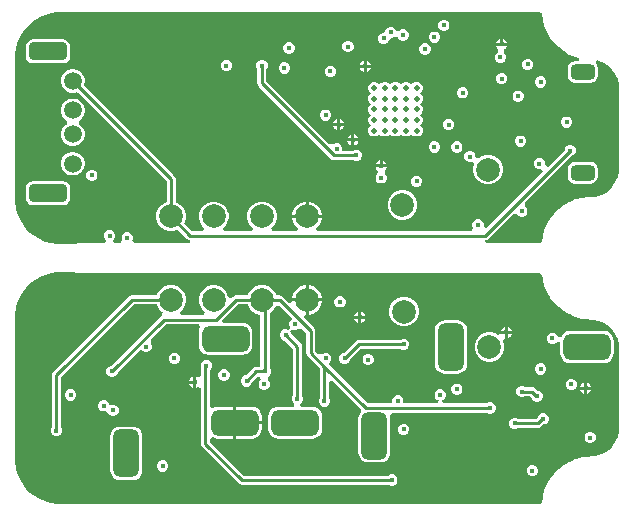
<source format=gbr>
G04*
G04 #@! TF.GenerationSoftware,Altium Limited,Altium Designer,24.9.1 (31)*
G04*
G04 Layer_Physical_Order=3*
G04 Layer_Color=16440176*
%FSLAX44Y44*%
%MOMM*%
G71*
G04*
G04 #@! TF.SameCoordinates,4108D936-EA1F-4614-87FC-E1DBC89B4A7E*
G04*
G04*
G04 #@! TF.FilePolarity,Positive*
G04*
G01*
G75*
%ADD75C,0.5000*%
%ADD77C,0.2540*%
G04:AMPARAMS|DCode=79|XSize=2mm|YSize=1.3mm|CornerRadius=0.325mm|HoleSize=0mm|Usage=FLASHONLY|Rotation=180.000|XOffset=0mm|YOffset=0mm|HoleType=Round|Shape=RoundedRectangle|*
%AMROUNDEDRECTD79*
21,1,2.0000,0.6500,0,0,180.0*
21,1,1.3500,1.3000,0,0,180.0*
1,1,0.6500,-0.6750,0.3250*
1,1,0.6500,0.6750,0.3250*
1,1,0.6500,0.6750,-0.3250*
1,1,0.6500,-0.6750,-0.3250*
%
%ADD79ROUNDEDRECTD79*%
%ADD80C,1.5000*%
G04:AMPARAMS|DCode=81|XSize=4mm|YSize=2.2mm|CornerRadius=0.55mm|HoleSize=0mm|Usage=FLASHONLY|Rotation=90.000|XOffset=0mm|YOffset=0mm|HoleType=Round|Shape=RoundedRectangle|*
%AMROUNDEDRECTD81*
21,1,4.0000,1.1000,0,0,90.0*
21,1,2.9000,2.2000,0,0,90.0*
1,1,1.1000,0.5500,1.4500*
1,1,1.1000,0.5500,-1.4500*
1,1,1.1000,-0.5500,-1.4500*
1,1,1.1000,-0.5500,1.4500*
%
%ADD81ROUNDEDRECTD81*%
G04:AMPARAMS|DCode=82|XSize=3.25mm|YSize=1.5mm|CornerRadius=0.375mm|HoleSize=0mm|Usage=FLASHONLY|Rotation=0.000|XOffset=0mm|YOffset=0mm|HoleType=Round|Shape=RoundedRectangle|*
%AMROUNDEDRECTD82*
21,1,3.2500,0.7500,0,0,0.0*
21,1,2.5000,1.5000,0,0,0.0*
1,1,0.7500,1.2500,-0.3750*
1,1,0.7500,-1.2500,-0.3750*
1,1,0.7500,-1.2500,0.3750*
1,1,0.7500,1.2500,0.3750*
%
%ADD82ROUNDEDRECTD82*%
G04:AMPARAMS|DCode=83|XSize=4mm|YSize=2.2mm|CornerRadius=0.55mm|HoleSize=0mm|Usage=FLASHONLY|Rotation=180.000|XOffset=0mm|YOffset=0mm|HoleType=Round|Shape=RoundedRectangle|*
%AMROUNDEDRECTD83*
21,1,4.0000,1.1000,0,0,180.0*
21,1,2.9000,2.2000,0,0,180.0*
1,1,1.1000,-1.4500,0.5500*
1,1,1.1000,1.4500,0.5500*
1,1,1.1000,1.4500,-0.5500*
1,1,1.1000,-1.4500,-0.5500*
%
%ADD83ROUNDEDRECTD83*%
%ADD84C,0.4500*%
%ADD85C,2.0000*%
G36*
X165820Y92961D02*
X168064Y92118D01*
X168747Y86930D01*
X168790Y86803D01*
X168799Y86669D01*
X170153Y81615D01*
X170213Y81494D01*
X170239Y81362D01*
X172241Y76528D01*
X172316Y76416D01*
X172359Y76289D01*
X174975Y71758D01*
X175064Y71656D01*
X175124Y71536D01*
X178309Y67385D01*
X178410Y67296D01*
X178485Y67184D01*
X182184Y63485D01*
X182296Y63410D01*
X182385Y63309D01*
X186536Y60124D01*
X186656Y60064D01*
X186758Y59975D01*
X191289Y57359D01*
X191416Y57316D01*
X191528Y57241D01*
X196362Y55239D01*
X196494Y55213D01*
X196615Y55153D01*
X199450Y54393D01*
X199116Y51853D01*
X195950D01*
X193691Y51404D01*
X191776Y50124D01*
X190496Y48209D01*
X190047Y45950D01*
Y39450D01*
X190496Y37191D01*
X191776Y35276D01*
X193691Y33996D01*
X195950Y33547D01*
X209450D01*
X211709Y33996D01*
X213624Y35276D01*
X214904Y37191D01*
X215353Y39450D01*
Y45950D01*
X214904Y48209D01*
X213643Y50096D01*
X213672Y50232D01*
X214667Y52482D01*
X216697Y52079D01*
X220876Y50348D01*
X224637Y47835D01*
X227835Y44637D01*
X230348Y40876D01*
X232079Y36697D01*
X232961Y32262D01*
Y30000D01*
Y-40000D01*
Y-42262D01*
X232079Y-46697D01*
X230348Y-50876D01*
X227835Y-54637D01*
X224637Y-57835D01*
X220876Y-60348D01*
X216697Y-62079D01*
X212262Y-62961D01*
X210000D01*
X209967Y-62968D01*
X209933Y-62962D01*
X207317Y-63048D01*
X207219Y-63071D01*
X207118Y-63064D01*
X201930Y-63747D01*
X201803Y-63790D01*
X201669Y-63799D01*
X196615Y-65153D01*
X196494Y-65213D01*
X196362Y-65239D01*
X191528Y-67241D01*
X191416Y-67316D01*
X191289Y-67359D01*
X186758Y-69975D01*
X186656Y-70064D01*
X186536Y-70124D01*
X182385Y-73309D01*
X182296Y-73410D01*
X182184Y-73485D01*
X178485Y-77184D01*
X178410Y-77296D01*
X178309Y-77385D01*
X175124Y-81536D01*
X175064Y-81657D01*
X174975Y-81758D01*
X172359Y-86289D01*
X172316Y-86416D01*
X172241Y-86528D01*
X170239Y-91362D01*
X170213Y-91494D01*
X170153Y-91615D01*
X168799Y-96669D01*
X168790Y-96803D01*
X168747Y-96930D01*
X168293Y-100378D01*
X166059Y-102314D01*
X165535Y-102365D01*
X120548D01*
X120298Y-99825D01*
X121487Y-99589D01*
X122747Y-98747D01*
X144070Y-77424D01*
X146939Y-77713D01*
X148287Y-79061D01*
X150047Y-79790D01*
X151953D01*
X153713Y-79061D01*
X155061Y-77713D01*
X155790Y-75953D01*
Y-74047D01*
X155061Y-72287D01*
X153713Y-70939D01*
X153424Y-68070D01*
X192704Y-28790D01*
X192953D01*
X194713Y-28061D01*
X196061Y-26713D01*
X196790Y-24953D01*
Y-23047D01*
X196061Y-21287D01*
X194713Y-19939D01*
X192953Y-19210D01*
X191047D01*
X189287Y-19939D01*
X187939Y-21287D01*
X187210Y-23047D01*
Y-23296D01*
X172822Y-37684D01*
X170669Y-36245D01*
X170790Y-35953D01*
Y-34047D01*
X170061Y-32287D01*
X168713Y-30939D01*
X166953Y-30210D01*
X165047D01*
X163287Y-30939D01*
X161939Y-32287D01*
X161210Y-34047D01*
Y-35953D01*
X161939Y-37713D01*
X163287Y-39061D01*
X165047Y-39790D01*
X166953D01*
X167245Y-39669D01*
X168684Y-41822D01*
X120822Y-89684D01*
X118669Y-88245D01*
X118790Y-87953D01*
Y-86047D01*
X118061Y-84287D01*
X116713Y-82939D01*
X114953Y-82210D01*
X113047D01*
X111287Y-82939D01*
X109939Y-84287D01*
X109210Y-86047D01*
Y-87953D01*
X109939Y-89713D01*
X108749Y-92115D01*
X-22115D01*
X-22847Y-90387D01*
X-22929Y-89575D01*
X-20778Y-87424D01*
X-19127Y-84564D01*
X-18272Y-81375D01*
Y-80994D01*
X-43352D01*
Y-81375D01*
X-42498Y-84564D01*
X-40847Y-87424D01*
X-38695Y-89575D01*
X-38778Y-90387D01*
X-39510Y-92115D01*
X-60114D01*
X-60847Y-90387D01*
X-60929Y-89575D01*
X-58778Y-87424D01*
X-57127Y-84564D01*
X-56272Y-81375D01*
Y-78073D01*
X-57127Y-74884D01*
X-58778Y-72024D01*
X-61112Y-69690D01*
X-63972Y-68039D01*
X-67161Y-67184D01*
X-70463D01*
X-73652Y-68039D01*
X-76512Y-69690D01*
X-78847Y-72024D01*
X-80498Y-74884D01*
X-81352Y-78073D01*
Y-81375D01*
X-80498Y-84564D01*
X-78847Y-87424D01*
X-76695Y-89575D01*
X-76778Y-90387D01*
X-77510Y-92115D01*
X-101115D01*
X-101847Y-90387D01*
X-101929Y-89575D01*
X-99778Y-87424D01*
X-98127Y-84564D01*
X-97272Y-81375D01*
Y-78073D01*
X-98127Y-74884D01*
X-99778Y-72024D01*
X-102113Y-69690D01*
X-104972Y-68039D01*
X-108161Y-67184D01*
X-111463D01*
X-114653Y-68039D01*
X-117512Y-69690D01*
X-119847Y-72024D01*
X-121498Y-74884D01*
X-122352Y-78073D01*
Y-81375D01*
X-121498Y-84564D01*
X-119847Y-87424D01*
X-117695Y-89575D01*
X-117778Y-90387D01*
X-118510Y-92115D01*
X-127927D01*
X-134621Y-85421D01*
X-134127Y-84564D01*
X-133272Y-81375D01*
Y-78073D01*
X-134127Y-74884D01*
X-135778Y-72024D01*
X-138112Y-69690D01*
X-140972Y-68039D01*
X-141927Y-67783D01*
Y-48188D01*
X-142223Y-46701D01*
X-143065Y-45441D01*
X-219641Y31135D01*
X-218960Y33678D01*
Y36322D01*
X-219644Y38875D01*
X-220966Y41165D01*
X-222835Y43034D01*
X-225125Y44356D01*
X-227678Y45040D01*
X-230322D01*
X-232875Y44356D01*
X-235165Y43034D01*
X-237034Y41165D01*
X-238356Y38875D01*
X-239040Y36322D01*
Y33678D01*
X-238356Y31125D01*
X-237034Y28835D01*
X-235165Y26966D01*
X-232875Y25644D01*
X-230322Y24960D01*
X-227678D01*
X-225135Y25641D01*
X-149697Y-49797D01*
Y-67783D01*
X-150652Y-68039D01*
X-153512Y-69690D01*
X-155847Y-72024D01*
X-157498Y-74884D01*
X-158352Y-78073D01*
Y-81375D01*
X-157498Y-84564D01*
X-155847Y-87424D01*
X-153512Y-89759D01*
X-150652Y-91410D01*
X-147463Y-92264D01*
X-144161D01*
X-140972Y-91410D01*
X-140115Y-90915D01*
X-132283Y-98747D01*
X-131023Y-99589D01*
X-129834Y-99825D01*
X-130085Y-102365D01*
X-177083D01*
X-177431Y-102056D01*
X-178571Y-99825D01*
X-178210Y-98953D01*
Y-97047D01*
X-178939Y-95287D01*
X-180287Y-93939D01*
X-182047Y-93210D01*
X-183953D01*
X-185713Y-93939D01*
X-187061Y-95287D01*
X-187790Y-97047D01*
Y-98953D01*
X-187429Y-99825D01*
X-188569Y-102056D01*
X-188916Y-102365D01*
X-194273D01*
X-194907Y-100923D01*
X-195051Y-99825D01*
X-193939Y-98713D01*
X-193210Y-96953D01*
Y-95047D01*
X-193939Y-93287D01*
X-195287Y-91939D01*
X-197047Y-91210D01*
X-198953D01*
X-200713Y-91939D01*
X-202061Y-93287D01*
X-202790Y-95047D01*
Y-96953D01*
X-202061Y-98713D01*
X-200949Y-99825D01*
X-201092Y-100923D01*
X-201727Y-102365D01*
X-225000D01*
X-226487Y-102661D01*
X-226935Y-102961D01*
X-242488Y-102961D01*
X-247422Y-102311D01*
X-252228Y-101024D01*
X-256826Y-99119D01*
X-261135Y-96631D01*
X-265083Y-93602D01*
X-268602Y-90083D01*
X-271631Y-86135D01*
X-274119Y-81826D01*
X-276024Y-77228D01*
X-277311Y-72422D01*
X-277961Y-67488D01*
X-277961Y-65000D01*
X-277961Y55000D01*
X-277961Y57488D01*
X-277311Y62422D01*
X-276024Y67228D01*
X-274119Y71826D01*
X-271631Y76135D01*
X-268602Y80083D01*
X-265083Y83602D01*
X-261135Y86631D01*
X-256826Y89119D01*
X-252228Y91024D01*
X-247422Y92311D01*
X-242488Y92961D01*
X-240000Y92961D01*
X165820Y92961D01*
D02*
G37*
G36*
X-226935Y-127039D02*
X-226487Y-127339D01*
X-225000Y-127635D01*
X165535D01*
X166059Y-127686D01*
X168293Y-129622D01*
X168747Y-133070D01*
X168790Y-133197D01*
X168799Y-133331D01*
X170153Y-138385D01*
X170213Y-138506D01*
X170239Y-138638D01*
X172241Y-143472D01*
X172316Y-143584D01*
X172359Y-143711D01*
X174975Y-148242D01*
X175064Y-148343D01*
X175124Y-148464D01*
X178309Y-152615D01*
X178410Y-152704D01*
X178485Y-152816D01*
X182184Y-156515D01*
X182296Y-156590D01*
X182385Y-156691D01*
X186536Y-159876D01*
X186656Y-159936D01*
X186758Y-160025D01*
X191289Y-162641D01*
X191416Y-162684D01*
X191528Y-162759D01*
X196362Y-164761D01*
X196494Y-164787D01*
X196615Y-164847D01*
X201669Y-166201D01*
X201803Y-166210D01*
X201930Y-166253D01*
X207118Y-166936D01*
X207219Y-166929D01*
X207317Y-166952D01*
X209933Y-167038D01*
X209967Y-167033D01*
X210000Y-167039D01*
X212262D01*
X216697Y-167921D01*
X220876Y-169652D01*
X224637Y-172165D01*
X227835Y-175363D01*
X230348Y-179124D01*
X232079Y-183303D01*
X232961Y-187738D01*
Y-190000D01*
Y-260000D01*
Y-262262D01*
X232079Y-266697D01*
X230348Y-270876D01*
X227835Y-274637D01*
X224637Y-277835D01*
X220876Y-280348D01*
X216697Y-282079D01*
X212262Y-282961D01*
X210000D01*
X209967Y-282968D01*
X209933Y-282962D01*
X207317Y-283048D01*
X207219Y-283071D01*
X207118Y-283064D01*
X201930Y-283747D01*
X201803Y-283790D01*
X201669Y-283799D01*
X196615Y-285153D01*
X196494Y-285213D01*
X196362Y-285239D01*
X191528Y-287241D01*
X191416Y-287316D01*
X191289Y-287359D01*
X186758Y-289975D01*
X186656Y-290064D01*
X186536Y-290124D01*
X182385Y-293309D01*
X182296Y-293410D01*
X182184Y-293485D01*
X178485Y-297184D01*
X178410Y-297296D01*
X178309Y-297385D01*
X175124Y-301536D01*
X175064Y-301656D01*
X174975Y-301758D01*
X172359Y-306289D01*
X172316Y-306416D01*
X172241Y-306528D01*
X170239Y-311362D01*
X170213Y-311494D01*
X170153Y-311615D01*
X168799Y-316669D01*
X168790Y-316803D01*
X168747Y-316930D01*
X168064Y-322118D01*
X165820Y-322961D01*
X-240000Y-322961D01*
X-242488D01*
X-247422Y-322311D01*
X-252228Y-321023D01*
X-256826Y-319119D01*
X-261135Y-316631D01*
X-265083Y-313602D01*
X-268602Y-310083D01*
X-271631Y-306135D01*
X-274119Y-301826D01*
X-276024Y-297228D01*
X-277311Y-292422D01*
X-277961Y-287488D01*
X-277961Y-285000D01*
X-277961Y-165000D01*
X-277961Y-162512D01*
X-277311Y-157578D01*
X-276024Y-152772D01*
X-274119Y-148174D01*
X-271631Y-143865D01*
X-268602Y-139917D01*
X-265083Y-136398D01*
X-261135Y-133369D01*
X-256826Y-130881D01*
X-252228Y-128976D01*
X-247422Y-127689D01*
X-242488Y-127039D01*
X-240000Y-127039D01*
X-226935Y-127039D01*
D02*
G37*
%LPC*%
G36*
X85953Y86790D02*
X84047D01*
X82287Y86061D01*
X80939Y84713D01*
X80210Y82953D01*
Y81047D01*
X80939Y79287D01*
X82287Y77939D01*
X84047Y77210D01*
X85953D01*
X87713Y77939D01*
X89061Y79287D01*
X89790Y81047D01*
Y82953D01*
X89061Y84713D01*
X87713Y86061D01*
X85953Y86790D01*
D02*
G37*
G36*
X40953Y80790D02*
X39047D01*
X37287Y80061D01*
X35939Y78713D01*
X35210Y76953D01*
X33117Y75790D01*
X31357Y75061D01*
X30009Y73713D01*
X29280Y71953D01*
Y70047D01*
X30009Y68287D01*
X31357Y66939D01*
X33117Y66210D01*
X35023D01*
X36783Y66939D01*
X38131Y68287D01*
X38860Y70047D01*
X40953Y71210D01*
X42713Y71939D01*
X43485Y72710D01*
X43686Y72739D01*
X45862Y72361D01*
X46253Y72160D01*
X46614Y71287D01*
X47962Y69939D01*
X49722Y69210D01*
X51628D01*
X53388Y69939D01*
X54736Y71287D01*
X55465Y73047D01*
Y74953D01*
X54736Y76713D01*
X53388Y78061D01*
X51628Y78790D01*
X49722D01*
X47962Y78061D01*
X47190Y77290D01*
X46989Y77261D01*
X44813Y77639D01*
X44422Y77840D01*
X44061Y78713D01*
X42713Y80061D01*
X40953Y80790D01*
D02*
G37*
G36*
X135270Y70659D02*
Y67270D01*
X138659D01*
X138061Y68713D01*
X136713Y70061D01*
X135270Y70659D01*
D02*
G37*
G36*
X132730D02*
X131287Y70061D01*
X129939Y68713D01*
X129341Y67270D01*
X132730D01*
Y70659D01*
D02*
G37*
G36*
X77953Y76790D02*
X76047D01*
X74287Y76061D01*
X72939Y74713D01*
X72210Y72953D01*
Y71047D01*
X72939Y69287D01*
X74287Y67939D01*
X76047Y67210D01*
X77953D01*
X79713Y67939D01*
X81061Y69287D01*
X81790Y71047D01*
Y72953D01*
X81061Y74713D01*
X79713Y76061D01*
X77953Y76790D01*
D02*
G37*
G36*
X4953Y68790D02*
X3047D01*
X1287Y68061D01*
X-61Y66713D01*
X-790Y64953D01*
Y63047D01*
X-61Y61287D01*
X1287Y59939D01*
X3047Y59210D01*
X4953D01*
X6713Y59939D01*
X8061Y61287D01*
X8790Y63047D01*
Y64953D01*
X8061Y66713D01*
X6713Y68061D01*
X4953Y68790D01*
D02*
G37*
G36*
X-45047Y67790D02*
X-46953D01*
X-48713Y67061D01*
X-50061Y65713D01*
X-50790Y63953D01*
Y62047D01*
X-50061Y60287D01*
X-48713Y58939D01*
X-46953Y58210D01*
X-45047D01*
X-43287Y58939D01*
X-41939Y60287D01*
X-41210Y62047D01*
Y63953D01*
X-41939Y65713D01*
X-43287Y67061D01*
X-45047Y67790D01*
D02*
G37*
G36*
X69953Y66790D02*
X68047D01*
X66287Y66061D01*
X64939Y64713D01*
X64210Y62953D01*
Y61047D01*
X64939Y59287D01*
X66287Y57939D01*
X68047Y57210D01*
X69953D01*
X71713Y57939D01*
X73061Y59287D01*
X73790Y61047D01*
Y62953D01*
X73061Y64713D01*
X71713Y66061D01*
X69953Y66790D01*
D02*
G37*
G36*
X138659Y64730D02*
X129341D01*
X129939Y63287D01*
X131089Y62137D01*
X131140Y60832D01*
X130943Y59332D01*
X130287Y59061D01*
X128939Y57713D01*
X128210Y55953D01*
Y54047D01*
X128939Y52287D01*
X130287Y50939D01*
X132047Y50210D01*
X133953D01*
X135713Y50939D01*
X137061Y52287D01*
X137790Y54047D01*
Y55953D01*
X137061Y57713D01*
X135911Y58863D01*
X135859Y60168D01*
X136057Y61667D01*
X136713Y61939D01*
X138061Y63287D01*
X138659Y64730D01*
D02*
G37*
G36*
X-237500Y70163D02*
X-262500D01*
X-264954Y69675D01*
X-267035Y68285D01*
X-268425Y66204D01*
X-268913Y63750D01*
Y56250D01*
X-268425Y53796D01*
X-267035Y51715D01*
X-264954Y50325D01*
X-262500Y49837D01*
X-237500D01*
X-235046Y50325D01*
X-232965Y51715D01*
X-231575Y53796D01*
X-231087Y56250D01*
Y63750D01*
X-231575Y66204D01*
X-232965Y68285D01*
X-235046Y69675D01*
X-237500Y70163D01*
D02*
G37*
G36*
X19708Y52220D02*
Y48832D01*
X23097D01*
X22499Y50275D01*
X21151Y51623D01*
X19708Y52220D01*
D02*
G37*
G36*
X17168D02*
X15725Y51623D01*
X14377Y50275D01*
X13780Y48832D01*
X17168D01*
Y52220D01*
D02*
G37*
G36*
X156953Y53790D02*
X155047D01*
X153287Y53061D01*
X151939Y51713D01*
X151210Y49953D01*
Y48047D01*
X151939Y46287D01*
X153287Y44939D01*
X155047Y44210D01*
X156953D01*
X158713Y44939D01*
X160061Y46287D01*
X160790Y48047D01*
Y49953D01*
X160061Y51713D01*
X158713Y53061D01*
X156953Y53790D01*
D02*
G37*
G36*
X-98047Y52790D02*
X-99953D01*
X-101713Y52061D01*
X-103061Y50713D01*
X-103790Y48953D01*
Y47047D01*
X-103061Y45287D01*
X-101713Y43939D01*
X-99953Y43210D01*
X-98047D01*
X-96287Y43939D01*
X-94939Y45287D01*
X-94210Y47047D01*
Y48953D01*
X-94939Y50713D01*
X-96287Y52061D01*
X-98047Y52790D01*
D02*
G37*
G36*
X23097Y46292D02*
X19708D01*
Y42903D01*
X21151Y43501D01*
X22499Y44848D01*
X23097Y46292D01*
D02*
G37*
G36*
X17168D02*
X13780D01*
X14377Y44848D01*
X15725Y43501D01*
X17168Y42903D01*
Y46292D01*
D02*
G37*
G36*
X-49047Y50790D02*
X-50953D01*
X-52713Y50061D01*
X-54061Y48713D01*
X-54790Y46953D01*
Y45047D01*
X-54061Y43287D01*
X-52713Y41939D01*
X-50953Y41210D01*
X-49047D01*
X-47287Y41939D01*
X-45939Y43287D01*
X-45210Y45047D01*
Y46953D01*
X-45939Y48713D01*
X-47287Y50061D01*
X-49047Y50790D01*
D02*
G37*
G36*
X-10047Y47790D02*
X-11953D01*
X-13713Y47061D01*
X-15061Y45713D01*
X-15790Y43953D01*
Y42047D01*
X-15061Y40287D01*
X-13713Y38939D01*
X-11953Y38210D01*
X-10047D01*
X-8287Y38939D01*
X-6939Y40287D01*
X-6210Y42047D01*
Y43953D01*
X-6939Y45713D01*
X-8287Y47061D01*
X-10047Y47790D01*
D02*
G37*
G36*
X134953Y41790D02*
X133047D01*
X131287Y41061D01*
X129939Y39713D01*
X129210Y37953D01*
Y36047D01*
X129939Y34287D01*
X131287Y32939D01*
X133047Y32210D01*
X134953D01*
X136713Y32939D01*
X138061Y34287D01*
X138790Y36047D01*
Y37953D01*
X138061Y39713D01*
X136713Y41061D01*
X134953Y41790D01*
D02*
G37*
G36*
X63003Y34040D02*
X60998D01*
X59145Y33273D01*
X57500Y32027D01*
X55855Y33273D01*
X54002Y34040D01*
X51997D01*
X50145Y33273D01*
X48500Y32027D01*
X46855Y33273D01*
X45002Y34040D01*
X42997D01*
X41145Y33273D01*
X39500Y32027D01*
X37855Y33273D01*
X36003Y34040D01*
X33997D01*
X32145Y33273D01*
X30500Y32027D01*
X28855Y33273D01*
X27002Y34040D01*
X24997D01*
X23145Y33273D01*
X21727Y31855D01*
X20960Y30003D01*
Y27998D01*
X21727Y26145D01*
X22973Y24500D01*
X21727Y22855D01*
X20960Y21003D01*
Y18997D01*
X21727Y17145D01*
X22973Y15500D01*
X21727Y13855D01*
X20960Y12003D01*
Y9998D01*
X21727Y8145D01*
X22973Y6500D01*
X21727Y4855D01*
X20960Y3002D01*
Y997D01*
X21727Y-855D01*
X22973Y-2500D01*
X21727Y-4145D01*
X20960Y-5997D01*
Y-8002D01*
X21727Y-9855D01*
X23145Y-11273D01*
X24997Y-12040D01*
X27002D01*
X28855Y-11273D01*
X30500Y-10027D01*
X32145Y-11273D01*
X33997Y-12040D01*
X36003D01*
X37855Y-11273D01*
X39500Y-10027D01*
X41145Y-11273D01*
X42997Y-12040D01*
X45002D01*
X46855Y-11273D01*
X48500Y-10027D01*
X50145Y-11273D01*
X51997Y-12040D01*
X54002D01*
X55855Y-11273D01*
X57500Y-10027D01*
X59145Y-11273D01*
X60998Y-12040D01*
X63003D01*
X64855Y-11273D01*
X66273Y-9855D01*
X67040Y-8002D01*
Y-5997D01*
X66273Y-4145D01*
X65027Y-2500D01*
X66273Y-855D01*
X67040Y997D01*
Y3002D01*
X66273Y4855D01*
X65027Y6500D01*
X66273Y8145D01*
X67040Y9998D01*
Y12003D01*
X66273Y13855D01*
X65027Y15500D01*
X66273Y17145D01*
X67040Y18997D01*
Y21003D01*
X66273Y22855D01*
X65027Y24500D01*
X66273Y26145D01*
X67040Y27998D01*
Y30003D01*
X66273Y31855D01*
X64855Y33273D01*
X63003Y34040D01*
D02*
G37*
G36*
X167953Y38790D02*
X166047D01*
X164287Y38061D01*
X162939Y36713D01*
X162210Y34953D01*
Y33047D01*
X162939Y31287D01*
X164287Y29939D01*
X166047Y29210D01*
X167953D01*
X169713Y29939D01*
X171061Y31287D01*
X171790Y33047D01*
Y34953D01*
X171061Y36713D01*
X169713Y38061D01*
X167953Y38790D01*
D02*
G37*
G36*
X101953Y29790D02*
X100047D01*
X98287Y29061D01*
X96939Y27713D01*
X96210Y25953D01*
Y24047D01*
X96939Y22287D01*
X98287Y20939D01*
X100047Y20210D01*
X101953D01*
X103713Y20939D01*
X105061Y22287D01*
X105790Y24047D01*
Y25953D01*
X105061Y27713D01*
X103713Y29061D01*
X101953Y29790D01*
D02*
G37*
G36*
X148953Y26790D02*
X147047D01*
X145287Y26061D01*
X143939Y24713D01*
X143210Y22953D01*
Y21047D01*
X143939Y19287D01*
X145287Y17939D01*
X147047Y17210D01*
X148953D01*
X150713Y17939D01*
X152061Y19287D01*
X152790Y21047D01*
Y22953D01*
X152061Y24713D01*
X150713Y26061D01*
X148953Y26790D01*
D02*
G37*
G36*
X-14047Y10790D02*
X-15953D01*
X-17713Y10061D01*
X-19061Y8713D01*
X-19790Y6953D01*
Y5047D01*
X-19061Y3287D01*
X-17713Y1939D01*
X-15953Y1210D01*
X-14047D01*
X-12287Y1939D01*
X-10939Y3287D01*
X-10210Y5047D01*
Y6953D01*
X-10939Y8713D01*
X-12287Y10061D01*
X-14047Y10790D01*
D02*
G37*
G36*
X-2730Y2659D02*
Y-730D01*
X659D01*
X61Y713D01*
X-1287Y2061D01*
X-2730Y2659D01*
D02*
G37*
G36*
X-5270D02*
X-6713Y2061D01*
X-8061Y713D01*
X-8659Y-730D01*
X-5270D01*
Y2659D01*
D02*
G37*
G36*
X189953Y4790D02*
X188047D01*
X186287Y4061D01*
X184939Y2713D01*
X184210Y953D01*
Y-953D01*
X184939Y-2713D01*
X186287Y-4061D01*
X188047Y-4790D01*
X189953D01*
X191713Y-4061D01*
X193061Y-2713D01*
X193790Y-953D01*
Y953D01*
X193061Y2713D01*
X191713Y4061D01*
X189953Y4790D01*
D02*
G37*
G36*
X659Y-3270D02*
X-2730D01*
Y-6659D01*
X-1287Y-6061D01*
X61Y-4713D01*
X659Y-3270D01*
D02*
G37*
G36*
X-5270D02*
X-8659D01*
X-8061Y-4713D01*
X-6713Y-6061D01*
X-5270Y-6659D01*
Y-3270D01*
D02*
G37*
G36*
X89953Y2790D02*
X88047D01*
X86287Y2061D01*
X84939Y713D01*
X84210Y-1047D01*
Y-2953D01*
X84939Y-4713D01*
X86287Y-6061D01*
X88047Y-6790D01*
X89953D01*
X91713Y-6061D01*
X93061Y-4713D01*
X93790Y-2953D01*
Y-1047D01*
X93061Y713D01*
X91713Y2061D01*
X89953Y2790D01*
D02*
G37*
G36*
X9270Y-10341D02*
Y-13730D01*
X12659D01*
X12061Y-12287D01*
X10713Y-10939D01*
X9270Y-10341D01*
D02*
G37*
G36*
X6730D02*
X5287Y-10939D01*
X3939Y-12287D01*
X3341Y-13730D01*
X6730D01*
Y-10341D01*
D02*
G37*
G36*
X12659Y-16270D02*
X9270D01*
Y-19659D01*
X10713Y-19061D01*
X12061Y-17713D01*
X12659Y-16270D01*
D02*
G37*
G36*
X6730D02*
X3341D01*
X3939Y-17713D01*
X5287Y-19061D01*
X6730Y-19659D01*
Y-16270D01*
D02*
G37*
G36*
X-227678Y20040D02*
X-230322D01*
X-232875Y19356D01*
X-235165Y18034D01*
X-237034Y16165D01*
X-238356Y13875D01*
X-239040Y11322D01*
Y8678D01*
X-238356Y6125D01*
X-237034Y3835D01*
X-235165Y1966D01*
X-234300Y1467D01*
Y-1467D01*
X-235165Y-1966D01*
X-237034Y-3835D01*
X-238356Y-6125D01*
X-239040Y-8678D01*
Y-11322D01*
X-238356Y-13875D01*
X-237034Y-16165D01*
X-235165Y-18034D01*
X-232875Y-19356D01*
X-230322Y-20040D01*
X-227678D01*
X-225125Y-19356D01*
X-222835Y-18034D01*
X-220966Y-16165D01*
X-219644Y-13875D01*
X-218960Y-11322D01*
Y-8678D01*
X-219644Y-6125D01*
X-220966Y-3835D01*
X-222835Y-1966D01*
X-223701Y-1467D01*
Y1467D01*
X-222835Y1966D01*
X-220966Y3835D01*
X-219644Y6125D01*
X-218960Y8678D01*
Y11322D01*
X-219644Y13875D01*
X-220966Y16165D01*
X-222835Y18034D01*
X-225125Y19356D01*
X-227678Y20040D01*
D02*
G37*
G36*
X150953Y-11210D02*
X149047D01*
X147287Y-11939D01*
X145939Y-13287D01*
X145210Y-15047D01*
Y-16953D01*
X145939Y-18713D01*
X147287Y-20061D01*
X149047Y-20790D01*
X150953D01*
X152713Y-20061D01*
X154061Y-18713D01*
X154790Y-16953D01*
Y-15047D01*
X154061Y-13287D01*
X152713Y-11939D01*
X150953Y-11210D01*
D02*
G37*
G36*
X96953Y-16210D02*
X95047D01*
X93287Y-16939D01*
X91939Y-18287D01*
X91210Y-20047D01*
Y-21953D01*
X91939Y-23713D01*
X93287Y-25061D01*
X95047Y-25790D01*
X96953D01*
X98713Y-25061D01*
X100061Y-23713D01*
X100790Y-21953D01*
Y-20047D01*
X100061Y-18287D01*
X98713Y-16939D01*
X96953Y-16210D01*
D02*
G37*
G36*
X77953D02*
X76047D01*
X74287Y-16939D01*
X72939Y-18287D01*
X72210Y-20047D01*
Y-21953D01*
X72939Y-23713D01*
X74287Y-25061D01*
X76047Y-25790D01*
X77953D01*
X79713Y-25061D01*
X81061Y-23713D01*
X81790Y-21953D01*
Y-20047D01*
X81061Y-18287D01*
X79713Y-16939D01*
X77953Y-16210D01*
D02*
G37*
G36*
X-68047Y52790D02*
X-69953D01*
X-71713Y52061D01*
X-73061Y50713D01*
X-73790Y48953D01*
Y47047D01*
X-73061Y45287D01*
X-72885Y45111D01*
Y33000D01*
X-72589Y31513D01*
X-71747Y30253D01*
X-10747Y-30747D01*
X-9487Y-31589D01*
X-8000Y-31885D01*
X8111D01*
X8287Y-32061D01*
X10047Y-32790D01*
X11953D01*
X13713Y-32061D01*
X15061Y-30713D01*
X15790Y-28953D01*
Y-27047D01*
X15061Y-25287D01*
X13713Y-23939D01*
X11953Y-23210D01*
X10047D01*
X8287Y-23939D01*
X8111Y-24115D01*
X-467D01*
X-923Y-23433D01*
Y-21527D01*
X-1653Y-19767D01*
X-3000Y-18419D01*
X-4761Y-17690D01*
X-6666D01*
X-8427Y-18419D01*
X-8594Y-18587D01*
X-11853Y-18653D01*
X-65115Y34609D01*
Y45111D01*
X-64939Y45287D01*
X-64210Y47047D01*
Y48953D01*
X-64939Y50713D01*
X-66287Y52061D01*
X-68047Y52790D01*
D02*
G37*
G36*
X33270Y-32341D02*
Y-35730D01*
X36659D01*
X36061Y-34287D01*
X34713Y-32939D01*
X33270Y-32341D01*
D02*
G37*
G36*
X30730D02*
X29287Y-32939D01*
X27939Y-34287D01*
X27341Y-35730D01*
X30730D01*
Y-32341D01*
D02*
G37*
G36*
X-227678Y-24960D02*
X-230322D01*
X-232875Y-25644D01*
X-235165Y-26966D01*
X-237034Y-28835D01*
X-238356Y-31125D01*
X-239040Y-33678D01*
Y-36322D01*
X-238356Y-38875D01*
X-237034Y-41165D01*
X-235165Y-43034D01*
X-232875Y-44356D01*
X-230322Y-45040D01*
X-227678D01*
X-225125Y-44356D01*
X-222835Y-43034D01*
X-220966Y-41165D01*
X-219644Y-38875D01*
X-218960Y-36322D01*
Y-33678D01*
X-219644Y-31125D01*
X-220966Y-28835D01*
X-222835Y-26966D01*
X-225125Y-25644D01*
X-227678Y-24960D01*
D02*
G37*
G36*
X-212047Y-40210D02*
X-213953D01*
X-215713Y-40939D01*
X-217061Y-42287D01*
X-217790Y-44047D01*
Y-45953D01*
X-217061Y-47713D01*
X-215713Y-49061D01*
X-213953Y-49790D01*
X-212047D01*
X-210287Y-49061D01*
X-208939Y-47713D01*
X-208210Y-45953D01*
Y-44047D01*
X-208939Y-42287D01*
X-210287Y-40939D01*
X-212047Y-40210D01*
D02*
G37*
G36*
X36659Y-38270D02*
X27341D01*
X27939Y-39713D01*
X28671Y-40445D01*
X29055Y-42000D01*
X28671Y-43555D01*
X27939Y-44287D01*
X27210Y-46047D01*
Y-47953D01*
X27939Y-49713D01*
X29287Y-51061D01*
X31047Y-51790D01*
X32953D01*
X34713Y-51061D01*
X36061Y-49713D01*
X36790Y-47953D01*
Y-46047D01*
X36061Y-44287D01*
X35329Y-43555D01*
X34945Y-42000D01*
X35329Y-40445D01*
X36061Y-39713D01*
X36659Y-38270D01*
D02*
G37*
G36*
X209450Y-33547D02*
X195950D01*
X193691Y-33996D01*
X191776Y-35276D01*
X190496Y-37191D01*
X190047Y-39450D01*
Y-45950D01*
X190496Y-48209D01*
X191776Y-50124D01*
X193691Y-51404D01*
X195950Y-51853D01*
X209450D01*
X211709Y-51404D01*
X213624Y-50124D01*
X214904Y-48209D01*
X215353Y-45950D01*
Y-39450D01*
X214904Y-37191D01*
X213624Y-35276D01*
X211709Y-33996D01*
X209450Y-33547D01*
D02*
G37*
G36*
X107953Y-24210D02*
X106047D01*
X104287Y-24939D01*
X102939Y-26287D01*
X102210Y-28047D01*
Y-29953D01*
X102939Y-31713D01*
X104287Y-33061D01*
X106047Y-33790D01*
X107953D01*
X108899Y-33398D01*
X110417Y-34794D01*
X110771Y-35322D01*
X109960Y-38349D01*
Y-41651D01*
X110815Y-44840D01*
X112465Y-47700D01*
X114800Y-50034D01*
X117660Y-51685D01*
X120849Y-52540D01*
X124151D01*
X127340Y-51685D01*
X130200Y-50034D01*
X132535Y-47700D01*
X134185Y-44840D01*
X135040Y-41651D01*
Y-38349D01*
X134185Y-35160D01*
X132535Y-32300D01*
X130200Y-29966D01*
X127340Y-28315D01*
X124151Y-27460D01*
X120849D01*
X117660Y-28315D01*
X114800Y-29966D01*
X114137Y-30629D01*
X113436Y-30427D01*
X111790Y-29384D01*
Y-28047D01*
X111061Y-26287D01*
X109713Y-24939D01*
X107953Y-24210D01*
D02*
G37*
G36*
X62953Y-45210D02*
X61047D01*
X59287Y-45939D01*
X57939Y-47287D01*
X57210Y-49047D01*
Y-50953D01*
X57939Y-52713D01*
X59287Y-54061D01*
X61047Y-54790D01*
X62953D01*
X64713Y-54061D01*
X66061Y-52713D01*
X66790Y-50953D01*
Y-49047D01*
X66061Y-47287D01*
X64713Y-45939D01*
X62953Y-45210D01*
D02*
G37*
G36*
X-237500Y-49837D02*
X-262500D01*
X-264954Y-50325D01*
X-267035Y-51715D01*
X-268425Y-53796D01*
X-268913Y-56250D01*
Y-63750D01*
X-268425Y-66204D01*
X-267035Y-68285D01*
X-264954Y-69675D01*
X-262500Y-70163D01*
X-237500D01*
X-235046Y-69675D01*
X-232965Y-68285D01*
X-231575Y-66204D01*
X-231087Y-63750D01*
Y-56250D01*
X-231575Y-53796D01*
X-232965Y-51715D01*
X-235046Y-50325D01*
X-237500Y-49837D01*
D02*
G37*
G36*
X-29161Y-67184D02*
X-29542D01*
Y-78454D01*
X-18272D01*
Y-78073D01*
X-19127Y-74884D01*
X-20778Y-72024D01*
X-23112Y-69690D01*
X-25972Y-68039D01*
X-29161Y-67184D01*
D02*
G37*
G36*
X-32082D02*
X-32463D01*
X-35652Y-68039D01*
X-38512Y-69690D01*
X-40847Y-72024D01*
X-42498Y-74884D01*
X-43352Y-78073D01*
Y-78454D01*
X-32082D01*
Y-67184D01*
D02*
G37*
G36*
X51651Y-57460D02*
X48349D01*
X45160Y-58315D01*
X42300Y-59966D01*
X39966Y-62300D01*
X38315Y-65160D01*
X37460Y-68349D01*
Y-71651D01*
X38315Y-74840D01*
X39966Y-77700D01*
X42300Y-80035D01*
X45160Y-81685D01*
X48349Y-82540D01*
X51651D01*
X54840Y-81685D01*
X57700Y-80035D01*
X60034Y-77700D01*
X61685Y-74840D01*
X62540Y-71651D01*
Y-68349D01*
X61685Y-65160D01*
X60034Y-62300D01*
X57700Y-59966D01*
X54840Y-58315D01*
X51651Y-57460D01*
D02*
G37*
G36*
X-67159Y-137740D02*
X-70461D01*
X-73650Y-138595D01*
X-76510Y-140246D01*
X-78844Y-142580D01*
X-80495Y-145440D01*
X-80751Y-146395D01*
X-91043D01*
X-92530Y-146691D01*
X-93790Y-147533D01*
X-94906Y-148649D01*
X-97525Y-147676D01*
X-98125Y-145440D01*
X-99775Y-142580D01*
X-102110Y-140246D01*
X-104970Y-138595D01*
X-108159Y-137740D01*
X-111461D01*
X-114650Y-138595D01*
X-117510Y-140246D01*
X-119845Y-142580D01*
X-121495Y-145440D01*
X-122350Y-148629D01*
Y-151931D01*
X-121495Y-155120D01*
X-119845Y-157980D01*
X-117510Y-160315D01*
X-117058Y-160575D01*
X-117739Y-163115D01*
X-137881D01*
X-138562Y-160575D01*
X-138110Y-160315D01*
X-135775Y-157980D01*
X-134125Y-155120D01*
X-133270Y-151931D01*
Y-148629D01*
X-134125Y-145440D01*
X-135775Y-142580D01*
X-138110Y-140246D01*
X-140970Y-138595D01*
X-144159Y-137740D01*
X-147461D01*
X-150650Y-138595D01*
X-153510Y-140246D01*
X-155844Y-142580D01*
X-157495Y-145440D01*
X-157752Y-146395D01*
X-179280D01*
X-180767Y-146691D01*
X-182027Y-147533D01*
X-245747Y-211253D01*
X-246589Y-212513D01*
X-246885Y-214000D01*
Y-258111D01*
X-247061Y-258287D01*
X-247790Y-260047D01*
Y-261953D01*
X-247061Y-263713D01*
X-245713Y-265061D01*
X-243953Y-265790D01*
X-242047D01*
X-240287Y-265061D01*
X-238939Y-263713D01*
X-238210Y-261953D01*
Y-260047D01*
X-238939Y-258287D01*
X-239115Y-258111D01*
Y-215609D01*
X-177671Y-154165D01*
X-157752D01*
X-157495Y-155120D01*
X-155844Y-157980D01*
X-153510Y-160315D01*
X-152851Y-160695D01*
X-153293Y-163372D01*
X-153487Y-163411D01*
X-154747Y-164253D01*
X-196704Y-206210D01*
X-196953D01*
X-198713Y-206939D01*
X-200061Y-208287D01*
X-200790Y-210047D01*
Y-211953D01*
X-200061Y-213713D01*
X-198713Y-215061D01*
X-196953Y-215790D01*
X-195047D01*
X-193287Y-215061D01*
X-191939Y-213713D01*
X-191210Y-211953D01*
Y-211704D01*
X-172027Y-192521D01*
X-171061Y-192713D01*
X-169713Y-194061D01*
X-167953Y-194790D01*
X-166047D01*
X-164287Y-194061D01*
X-162939Y-192713D01*
X-162210Y-190953D01*
Y-189047D01*
X-162939Y-187287D01*
X-163070Y-187156D01*
X-163310Y-183804D01*
X-150391Y-170885D01*
X-122355D01*
X-121102Y-173425D01*
X-121333Y-173725D01*
X-122143Y-175681D01*
X-122419Y-177780D01*
Y-188780D01*
X-122143Y-190879D01*
X-121333Y-192835D01*
X-120044Y-194514D01*
X-118365Y-195803D01*
X-117733Y-196064D01*
X-117415Y-196277D01*
X-117040Y-196352D01*
X-116409Y-196613D01*
X-114310Y-196889D01*
X-85310D01*
X-83211Y-196613D01*
X-81255Y-195803D01*
X-79576Y-194514D01*
X-78287Y-192835D01*
X-77477Y-190879D01*
X-77201Y-188780D01*
Y-177780D01*
X-77477Y-175681D01*
X-78287Y-173725D01*
X-79576Y-172046D01*
X-81255Y-170757D01*
X-83211Y-169947D01*
X-85310Y-169671D01*
X-101622D01*
X-102594Y-167324D01*
X-89434Y-154165D01*
X-80751D01*
X-80495Y-155120D01*
X-78844Y-157980D01*
X-76510Y-160315D01*
X-73650Y-161965D01*
X-70461Y-162820D01*
X-70260D01*
Y-207115D01*
X-74000D01*
X-75487Y-207411D01*
X-76747Y-208253D01*
X-82704Y-214210D01*
X-82953D01*
X-84713Y-214939D01*
X-86061Y-216287D01*
X-86790Y-218047D01*
Y-219953D01*
X-86061Y-221713D01*
X-84713Y-223061D01*
X-82953Y-223790D01*
X-81047D01*
X-79287Y-223061D01*
X-77939Y-221713D01*
X-77210Y-219953D01*
Y-219704D01*
X-73101Y-215594D01*
X-70344Y-215763D01*
X-69713Y-217939D01*
X-71061Y-219287D01*
X-71790Y-221047D01*
Y-222953D01*
X-71061Y-224713D01*
X-69713Y-226061D01*
X-67953Y-226790D01*
X-66047D01*
X-64287Y-226061D01*
X-62939Y-224713D01*
X-62210Y-222953D01*
Y-221047D01*
X-62939Y-219287D01*
X-64089Y-218137D01*
X-64141Y-216832D01*
X-63943Y-215333D01*
X-63287Y-215061D01*
X-61939Y-213713D01*
X-61210Y-211953D01*
Y-210047D01*
X-61939Y-208287D01*
X-62490Y-207736D01*
Y-161111D01*
X-61110Y-160315D01*
X-58776Y-157980D01*
X-57440Y-155667D01*
X-55506Y-155155D01*
X-54510Y-155177D01*
X-43553Y-166134D01*
X-43713Y-166939D01*
X-45061Y-168287D01*
X-45790Y-170047D01*
Y-171953D01*
X-45262Y-173227D01*
X-45061Y-173713D01*
X-45022Y-173885D01*
X-46785Y-175733D01*
X-48047Y-175210D01*
X-49953D01*
X-51713Y-175939D01*
X-53061Y-177287D01*
X-53790Y-179047D01*
Y-180953D01*
X-53061Y-182713D01*
X-51713Y-184061D01*
X-49953Y-184790D01*
X-49704D01*
X-42885Y-191609D01*
Y-231111D01*
X-43061Y-231287D01*
X-43790Y-233047D01*
Y-234953D01*
X-43061Y-236713D01*
X-41713Y-238061D01*
X-41545Y-238131D01*
X-42050Y-240671D01*
X-55310D01*
X-57409Y-240947D01*
X-59365Y-241757D01*
X-61044Y-243046D01*
X-62333Y-244725D01*
X-63143Y-246681D01*
X-63419Y-248780D01*
Y-259780D01*
X-63143Y-261879D01*
X-62333Y-263835D01*
X-61044Y-265514D01*
X-59365Y-266803D01*
X-57409Y-267613D01*
X-55310Y-267889D01*
X-26310D01*
X-24211Y-267613D01*
X-22255Y-266803D01*
X-20576Y-265514D01*
X-19287Y-263835D01*
X-18477Y-261879D01*
X-18201Y-259780D01*
Y-248780D01*
X-18477Y-246681D01*
X-19287Y-244725D01*
X-20576Y-243046D01*
X-22255Y-241757D01*
X-24211Y-240947D01*
X-26310Y-240671D01*
X-35950D01*
X-36455Y-238131D01*
X-36287Y-238061D01*
X-34939Y-236713D01*
X-34210Y-234953D01*
Y-233047D01*
X-34939Y-231287D01*
X-35115Y-231111D01*
Y-190000D01*
X-35411Y-188513D01*
X-36253Y-187253D01*
X-44210Y-179296D01*
Y-179047D01*
X-44738Y-177773D01*
X-44939Y-177287D01*
X-44978Y-177115D01*
X-43215Y-175267D01*
X-41953Y-175790D01*
X-40047D01*
X-38287Y-175061D01*
X-38253Y-175027D01*
X-34860Y-174827D01*
X-31429Y-178258D01*
Y-195262D01*
X-31133Y-196749D01*
X-30291Y-198009D01*
X-19885Y-208416D01*
Y-233111D01*
X-20061Y-233287D01*
X-20790Y-235047D01*
Y-236953D01*
X-20061Y-238713D01*
X-18713Y-240061D01*
X-16953Y-240790D01*
X-15047D01*
X-13287Y-240061D01*
X-11939Y-238713D01*
X-11210Y-236953D01*
Y-235047D01*
X-11939Y-233287D01*
X-12115Y-233111D01*
Y-219503D01*
X-9769Y-218531D01*
X15066Y-243366D01*
X14956Y-245046D01*
X13667Y-246725D01*
X12857Y-248681D01*
X12581Y-250780D01*
Y-279780D01*
X12857Y-281879D01*
X13667Y-283835D01*
X14956Y-285514D01*
X16635Y-286803D01*
X18591Y-287613D01*
X20690Y-287889D01*
X31690D01*
X33789Y-287613D01*
X35745Y-286803D01*
X37424Y-285514D01*
X38713Y-283835D01*
X39523Y-281879D01*
X39799Y-279780D01*
Y-250780D01*
X39523Y-248681D01*
X39417Y-248425D01*
X41114Y-245885D01*
X121111D01*
X121287Y-246061D01*
X123047Y-246790D01*
X124953D01*
X126713Y-246061D01*
X128061Y-244713D01*
X128790Y-242953D01*
Y-241047D01*
X128061Y-239287D01*
X126713Y-237939D01*
X124953Y-237210D01*
X123047D01*
X121287Y-237939D01*
X121111Y-238115D01*
X83976D01*
X83471Y-235575D01*
X84713Y-235061D01*
X86061Y-233713D01*
X86790Y-231953D01*
Y-230047D01*
X86061Y-228287D01*
X84713Y-226939D01*
X82953Y-226210D01*
X81047D01*
X79287Y-226939D01*
X77939Y-228287D01*
X77210Y-230047D01*
Y-231953D01*
X77939Y-233713D01*
X79287Y-235061D01*
X80529Y-235575D01*
X80024Y-238115D01*
X51567D01*
X50790Y-236953D01*
Y-235047D01*
X50061Y-233287D01*
X48713Y-231939D01*
X46953Y-231210D01*
X45047D01*
X43287Y-231939D01*
X41939Y-233287D01*
X41210Y-235047D01*
Y-236953D01*
X40433Y-238115D01*
X20803D01*
X-12447Y-204866D01*
X-12287Y-204061D01*
X-10939Y-202713D01*
X-10210Y-200953D01*
Y-199047D01*
X-10939Y-197287D01*
X-12287Y-195939D01*
X-14047Y-195210D01*
X-15953D01*
X-17713Y-195939D01*
X-17747Y-195973D01*
X-21140Y-196173D01*
X-23660Y-193653D01*
Y-176649D01*
X-23955Y-175163D01*
X-24797Y-173902D01*
X-33539Y-165161D01*
X-32655Y-163241D01*
X-32288Y-162820D01*
X-32080D01*
Y-151550D01*
X-43350D01*
Y-151758D01*
X-43771Y-152125D01*
X-45691Y-153009D01*
X-51167Y-147533D01*
X-52427Y-146691D01*
X-53913Y-146395D01*
X-56869D01*
X-57125Y-145440D01*
X-58776Y-142580D01*
X-61110Y-140246D01*
X-63970Y-138595D01*
X-67159Y-137740D01*
D02*
G37*
G36*
X-29159D02*
X-29540D01*
Y-149010D01*
X-18270D01*
Y-148629D01*
X-19125Y-145440D01*
X-20775Y-142580D01*
X-23110Y-140246D01*
X-25970Y-138595D01*
X-29159Y-137740D01*
D02*
G37*
G36*
X-32080D02*
X-32461D01*
X-35650Y-138595D01*
X-38510Y-140246D01*
X-40844Y-142580D01*
X-42495Y-145440D01*
X-43350Y-148629D01*
Y-149010D01*
X-32080D01*
Y-137740D01*
D02*
G37*
G36*
X-2047Y-147210D02*
X-3953D01*
X-5713Y-147939D01*
X-7061Y-149287D01*
X-7790Y-151047D01*
Y-152953D01*
X-7061Y-154713D01*
X-5713Y-156061D01*
X-3953Y-156790D01*
X-2047D01*
X-287Y-156061D01*
X1061Y-154713D01*
X1790Y-152953D01*
Y-151047D01*
X1061Y-149287D01*
X-287Y-147939D01*
X-2047Y-147210D01*
D02*
G37*
G36*
X-18270Y-151550D02*
X-29540D01*
Y-162820D01*
X-29159D01*
X-25970Y-161965D01*
X-23110Y-160315D01*
X-20775Y-157980D01*
X-19125Y-155120D01*
X-18270Y-151931D01*
Y-151550D01*
D02*
G37*
G36*
X15270Y-160341D02*
Y-163730D01*
X18659D01*
X18061Y-162287D01*
X16713Y-160939D01*
X15270Y-160341D01*
D02*
G37*
G36*
X12730D02*
X11287Y-160939D01*
X9939Y-162287D01*
X9341Y-163730D01*
X12730D01*
Y-160341D01*
D02*
G37*
G36*
X18659Y-166270D02*
X15270D01*
Y-169659D01*
X16713Y-169061D01*
X18061Y-167713D01*
X18659Y-166270D01*
D02*
G37*
G36*
X12730D02*
X9341D01*
X9939Y-167713D01*
X11287Y-169061D01*
X12730Y-169659D01*
Y-166270D01*
D02*
G37*
G36*
X52841Y-147740D02*
X49539D01*
X46350Y-148595D01*
X43490Y-150246D01*
X41156Y-152580D01*
X39505Y-155440D01*
X38650Y-158629D01*
Y-161931D01*
X39505Y-165120D01*
X41156Y-167980D01*
X43490Y-170315D01*
X46350Y-171965D01*
X49539Y-172820D01*
X52841D01*
X56030Y-171965D01*
X58890Y-170315D01*
X61224Y-167980D01*
X62875Y-165120D01*
X63730Y-161931D01*
Y-158629D01*
X62875Y-155440D01*
X61224Y-152580D01*
X58890Y-150246D01*
X56030Y-148595D01*
X52841Y-147740D01*
D02*
G37*
G36*
X139270Y-173341D02*
Y-176730D01*
X142659D01*
X142061Y-175287D01*
X140713Y-173939D01*
X139270Y-173341D01*
D02*
G37*
G36*
X136730D02*
X135287Y-173939D01*
X133939Y-175287D01*
X133341Y-176730D01*
X136730D01*
Y-173341D01*
D02*
G37*
G36*
X220690Y-176671D02*
X191690D01*
X189591Y-176947D01*
X187635Y-177757D01*
X185956Y-179046D01*
X184667Y-180725D01*
X184225Y-181793D01*
X183426Y-181877D01*
X181580Y-181541D01*
X181061Y-180287D01*
X179713Y-178939D01*
X177953Y-178210D01*
X176047D01*
X174287Y-178939D01*
X172939Y-180287D01*
X172210Y-182047D01*
Y-183953D01*
X172939Y-185713D01*
X174287Y-187061D01*
X176047Y-187790D01*
X177953D01*
X179713Y-187061D01*
X181041Y-185733D01*
X181158Y-185735D01*
X183581Y-186267D01*
Y-195780D01*
X183857Y-197879D01*
X184667Y-199835D01*
X185956Y-201514D01*
X187635Y-202803D01*
X189591Y-203613D01*
X191690Y-203889D01*
X220690D01*
X222789Y-203613D01*
X224745Y-202803D01*
X226424Y-201514D01*
X227713Y-199835D01*
X228523Y-197879D01*
X228799Y-195780D01*
Y-184780D01*
X228523Y-182681D01*
X227713Y-180725D01*
X226424Y-179046D01*
X224745Y-177757D01*
X222789Y-176947D01*
X220690Y-176671D01*
D02*
G37*
G36*
X142659Y-179270D02*
X139270D01*
Y-182659D01*
X140713Y-182061D01*
X142061Y-180713D01*
X142659Y-179270D01*
D02*
G37*
G36*
X125341Y-177740D02*
X122039D01*
X118850Y-178595D01*
X115990Y-180245D01*
X113656Y-182580D01*
X112005Y-185440D01*
X111150Y-188629D01*
Y-191931D01*
X112005Y-195120D01*
X113656Y-197980D01*
X115990Y-200315D01*
X118850Y-201965D01*
X122039Y-202820D01*
X125341D01*
X128530Y-201965D01*
X131390Y-200315D01*
X133724Y-197980D01*
X135375Y-195120D01*
X136230Y-191931D01*
Y-188629D01*
X135375Y-185440D01*
X134925Y-184660D01*
X136694Y-182644D01*
X136730Y-182659D01*
Y-179270D01*
X132392D01*
X132336Y-179324D01*
X130872Y-179947D01*
X128530Y-178595D01*
X125341Y-177740D01*
D02*
G37*
G36*
X51953Y-183210D02*
X50047D01*
X48287Y-183939D01*
X48111Y-184115D01*
X13000D01*
X11513Y-184411D01*
X10253Y-185253D01*
X296Y-195210D01*
X47D01*
X-1713Y-195939D01*
X-3061Y-197287D01*
X-3790Y-199047D01*
Y-200953D01*
X-3061Y-202713D01*
X-1713Y-204061D01*
X47Y-204790D01*
X1953D01*
X3713Y-204061D01*
X5061Y-202713D01*
X5790Y-200953D01*
Y-200704D01*
X14609Y-191885D01*
X48111D01*
X48287Y-192061D01*
X50047Y-192790D01*
X51953D01*
X53713Y-192061D01*
X55061Y-190713D01*
X55790Y-188953D01*
Y-187047D01*
X55061Y-185287D01*
X53713Y-183939D01*
X51953Y-183210D01*
D02*
G37*
G36*
X-142047Y-195210D02*
X-143953D01*
X-145713Y-195939D01*
X-147061Y-197287D01*
X-147790Y-199047D01*
Y-200953D01*
X-147061Y-202713D01*
X-145713Y-204061D01*
X-143953Y-204790D01*
X-142047D01*
X-140287Y-204061D01*
X-138939Y-202713D01*
X-138210Y-200953D01*
Y-199047D01*
X-138939Y-197287D01*
X-140287Y-195939D01*
X-142047Y-195210D01*
D02*
G37*
G36*
X21953Y-196210D02*
X20047D01*
X18287Y-196939D01*
X16939Y-198287D01*
X16210Y-200047D01*
Y-201953D01*
X16939Y-203713D01*
X18287Y-205061D01*
X20047Y-205790D01*
X21953D01*
X23713Y-205061D01*
X25061Y-203713D01*
X25790Y-201953D01*
Y-200047D01*
X25061Y-198287D01*
X23713Y-196939D01*
X21953Y-196210D01*
D02*
G37*
G36*
X96690Y-167671D02*
X85690D01*
X83591Y-167947D01*
X81635Y-168757D01*
X79956Y-170046D01*
X78667Y-171725D01*
X77857Y-173681D01*
X77581Y-175780D01*
Y-204780D01*
X77857Y-206879D01*
X78667Y-208835D01*
X79956Y-210514D01*
X81635Y-211803D01*
X83591Y-212613D01*
X85690Y-212889D01*
X96690D01*
X98789Y-212613D01*
X100745Y-211803D01*
X102424Y-210514D01*
X103713Y-208835D01*
X104523Y-206879D01*
X104799Y-204780D01*
Y-175780D01*
X104523Y-173681D01*
X103713Y-171725D01*
X102424Y-170046D01*
X100745Y-168757D01*
X98789Y-167947D01*
X96690Y-167671D01*
D02*
G37*
G36*
X167953Y-204210D02*
X166047D01*
X164287Y-204939D01*
X162939Y-206287D01*
X162210Y-208047D01*
Y-209953D01*
X162939Y-211713D01*
X164287Y-213061D01*
X166047Y-213790D01*
X167953D01*
X169713Y-213061D01*
X171061Y-211713D01*
X171790Y-209953D01*
Y-208047D01*
X171061Y-206287D01*
X169713Y-204939D01*
X167953Y-204210D01*
D02*
G37*
G36*
X-115047Y-201210D02*
X-116953D01*
X-118713Y-201939D01*
X-120061Y-203287D01*
X-120790Y-205047D01*
Y-206953D01*
X-120776Y-206986D01*
X-120885Y-207530D01*
Y-214749D01*
X-123287Y-215939D01*
X-124730Y-215341D01*
Y-220000D01*
Y-224659D01*
X-123287Y-224061D01*
X-120885Y-225251D01*
Y-272000D01*
X-120589Y-273487D01*
X-119747Y-274747D01*
X-88747Y-305747D01*
X-87487Y-306589D01*
X-86000Y-306885D01*
X38111D01*
X38287Y-307061D01*
X40047Y-307790D01*
X41953D01*
X43713Y-307061D01*
X45061Y-305713D01*
X45790Y-303953D01*
Y-302047D01*
X45061Y-300287D01*
X43713Y-298939D01*
X41953Y-298210D01*
X40047D01*
X38287Y-298939D01*
X38111Y-299115D01*
X-84391D01*
X-113115Y-270391D01*
Y-267894D01*
X-110575Y-266641D01*
X-110365Y-266803D01*
X-108409Y-267613D01*
X-106310Y-267889D01*
X-93080D01*
Y-254280D01*
Y-240671D01*
X-106310D01*
X-108409Y-240947D01*
X-110365Y-241757D01*
X-110575Y-241919D01*
X-113115Y-240666D01*
Y-209889D01*
X-111939Y-208713D01*
X-111210Y-206953D01*
Y-205047D01*
X-111939Y-203287D01*
X-113287Y-201939D01*
X-115047Y-201210D01*
D02*
G37*
G36*
X-127270Y-215341D02*
X-128713Y-215939D01*
X-130061Y-217287D01*
X-130659Y-218730D01*
X-127270D01*
Y-215341D01*
D02*
G37*
G36*
X-100047Y-209210D02*
X-101953D01*
X-103713Y-209939D01*
X-105061Y-211287D01*
X-105790Y-213047D01*
Y-214953D01*
X-105061Y-216713D01*
X-103713Y-218061D01*
X-101953Y-218790D01*
X-100047D01*
X-98287Y-218061D01*
X-96939Y-216713D01*
X-96210Y-214953D01*
Y-213047D01*
X-96939Y-211287D01*
X-98287Y-209939D01*
X-100047Y-209210D01*
D02*
G37*
G36*
X206270Y-220341D02*
Y-223730D01*
X209659D01*
X209061Y-222287D01*
X207713Y-220939D01*
X206270Y-220341D01*
D02*
G37*
G36*
X203730D02*
X202287Y-220939D01*
X200939Y-222287D01*
X200341Y-223730D01*
X203730D01*
Y-220341D01*
D02*
G37*
G36*
X-127270Y-221270D02*
X-130659D01*
X-130061Y-222713D01*
X-128713Y-224061D01*
X-127270Y-224659D01*
Y-221270D01*
D02*
G37*
G36*
X193953Y-217210D02*
X192047D01*
X190287Y-217939D01*
X188939Y-219287D01*
X188210Y-221047D01*
Y-222953D01*
X188939Y-224713D01*
X190287Y-226061D01*
X192047Y-226790D01*
X193953D01*
X195713Y-226061D01*
X197061Y-224713D01*
X197790Y-222953D01*
Y-221047D01*
X197061Y-219287D01*
X195713Y-217939D01*
X193953Y-217210D01*
D02*
G37*
G36*
X209659Y-226270D02*
X206270D01*
Y-229659D01*
X207713Y-229061D01*
X209061Y-227713D01*
X209659Y-226270D01*
D02*
G37*
G36*
X203730D02*
X200341D01*
X200939Y-227713D01*
X202287Y-229061D01*
X203730Y-229659D01*
Y-226270D01*
D02*
G37*
G36*
X96953Y-221210D02*
X95047D01*
X93287Y-221939D01*
X91939Y-223287D01*
X91210Y-225047D01*
Y-226953D01*
X91939Y-228713D01*
X93287Y-230061D01*
X95047Y-230790D01*
X96953D01*
X98713Y-230061D01*
X100061Y-228713D01*
X100790Y-226953D01*
Y-225047D01*
X100061Y-223287D01*
X98713Y-221939D01*
X96953Y-221210D01*
D02*
G37*
G36*
X-230047Y-226210D02*
X-231953D01*
X-233713Y-226939D01*
X-235061Y-228287D01*
X-235790Y-230047D01*
Y-231953D01*
X-235061Y-233713D01*
X-233713Y-235061D01*
X-231953Y-235790D01*
X-230047D01*
X-228287Y-235061D01*
X-226939Y-233713D01*
X-226210Y-231953D01*
Y-230047D01*
X-226939Y-228287D01*
X-228287Y-226939D01*
X-230047Y-226210D01*
D02*
G37*
G36*
X151953Y-223210D02*
X150047D01*
X148287Y-223939D01*
X146939Y-225287D01*
X146210Y-227047D01*
Y-228953D01*
X146939Y-230713D01*
X148287Y-232061D01*
X150047Y-232790D01*
X151953D01*
X153713Y-232061D01*
X153889Y-231885D01*
X157861D01*
X159409Y-233433D01*
X159939Y-234713D01*
X161287Y-236061D01*
X163047Y-236790D01*
X164953D01*
X166713Y-236061D01*
X168061Y-234713D01*
X168790Y-232953D01*
Y-231047D01*
X168061Y-229287D01*
X166713Y-227939D01*
X164953Y-227210D01*
X164173D01*
X162216Y-225253D01*
X160956Y-224411D01*
X159470Y-224115D01*
X153889D01*
X153713Y-223939D01*
X151953Y-223210D01*
D02*
G37*
G36*
X-202047Y-235210D02*
X-203953D01*
X-205713Y-235939D01*
X-207061Y-237287D01*
X-207790Y-239047D01*
Y-240953D01*
X-207061Y-242713D01*
X-205713Y-244061D01*
X-203953Y-244790D01*
X-202047D01*
X-199866Y-244947D01*
X-199280Y-246184D01*
X-199061Y-246713D01*
X-197713Y-248061D01*
X-195953Y-248790D01*
X-194047D01*
X-192287Y-248061D01*
X-190939Y-246713D01*
X-190210Y-244953D01*
Y-243047D01*
X-190939Y-241287D01*
X-192287Y-239939D01*
X-194047Y-239210D01*
X-195953D01*
X-198134Y-239053D01*
X-198720Y-237816D01*
X-198939Y-237287D01*
X-200287Y-235939D01*
X-202047Y-235210D01*
D02*
G37*
G36*
X169953Y-246210D02*
X168047D01*
X166287Y-246939D01*
X164939Y-248287D01*
X164409Y-249567D01*
X162861Y-251115D01*
X147889D01*
X147713Y-250939D01*
X145953Y-250210D01*
X144047D01*
X142287Y-250939D01*
X140939Y-252287D01*
X140210Y-254047D01*
Y-255953D01*
X140939Y-257713D01*
X142287Y-259061D01*
X144047Y-259790D01*
X145953D01*
X147713Y-259061D01*
X147889Y-258885D01*
X164470D01*
X165956Y-258589D01*
X167216Y-257747D01*
X169173Y-255790D01*
X169953D01*
X171713Y-255061D01*
X173061Y-253713D01*
X173790Y-251953D01*
Y-250047D01*
X173061Y-248287D01*
X171713Y-246939D01*
X169953Y-246210D01*
D02*
G37*
G36*
X-77310Y-240671D02*
X-90540D01*
Y-253010D01*
X-69201D01*
Y-248780D01*
X-69477Y-246681D01*
X-70287Y-244725D01*
X-71576Y-243046D01*
X-73255Y-241757D01*
X-75211Y-240947D01*
X-77310Y-240671D01*
D02*
G37*
G36*
X51953Y-255210D02*
X50047D01*
X48287Y-255939D01*
X46939Y-257287D01*
X46210Y-259047D01*
Y-260953D01*
X46939Y-262713D01*
X48287Y-264061D01*
X50047Y-264790D01*
X51953D01*
X53713Y-264061D01*
X55061Y-262713D01*
X55790Y-260953D01*
Y-259047D01*
X55061Y-257287D01*
X53713Y-255939D01*
X51953Y-255210D01*
D02*
G37*
G36*
X-69201Y-255550D02*
X-90540D01*
Y-267889D01*
X-77310D01*
X-75211Y-267613D01*
X-73255Y-266803D01*
X-71576Y-265514D01*
X-70287Y-263835D01*
X-69477Y-261879D01*
X-69201Y-259780D01*
Y-255550D01*
D02*
G37*
G36*
X209953Y-262210D02*
X208047D01*
X206287Y-262939D01*
X204939Y-264287D01*
X204210Y-266047D01*
Y-267953D01*
X204939Y-269713D01*
X206287Y-271061D01*
X208047Y-271790D01*
X209953D01*
X211713Y-271061D01*
X213061Y-269713D01*
X213790Y-267953D01*
Y-266047D01*
X213061Y-264287D01*
X211713Y-262939D01*
X209953Y-262210D01*
D02*
G37*
G36*
X-152047Y-286210D02*
X-153953D01*
X-155713Y-286939D01*
X-157061Y-288287D01*
X-157790Y-290047D01*
Y-291953D01*
X-157061Y-293713D01*
X-155713Y-295061D01*
X-153953Y-295790D01*
X-152047D01*
X-150287Y-295061D01*
X-148939Y-293713D01*
X-148210Y-291953D01*
Y-290047D01*
X-148939Y-288287D01*
X-150287Y-286939D01*
X-152047Y-286210D01*
D02*
G37*
G36*
X160953Y-290210D02*
X159047D01*
X157287Y-290939D01*
X155939Y-292287D01*
X155210Y-294047D01*
Y-295953D01*
X155939Y-297713D01*
X157287Y-299061D01*
X159047Y-299790D01*
X160953D01*
X162713Y-299061D01*
X164061Y-297713D01*
X164790Y-295953D01*
Y-294047D01*
X164061Y-292287D01*
X162713Y-290939D01*
X160953Y-290210D01*
D02*
G37*
G36*
X-178310Y-257671D02*
X-189310D01*
X-191409Y-257947D01*
X-193365Y-258757D01*
X-195044Y-260046D01*
X-196333Y-261725D01*
X-197143Y-263681D01*
X-197419Y-265780D01*
Y-294780D01*
X-197143Y-296879D01*
X-196333Y-298835D01*
X-195044Y-300514D01*
X-193365Y-301803D01*
X-191409Y-302613D01*
X-189310Y-302889D01*
X-178310D01*
X-176211Y-302613D01*
X-174255Y-301803D01*
X-172576Y-300514D01*
X-171287Y-298835D01*
X-170477Y-296879D01*
X-170201Y-294780D01*
Y-265780D01*
X-170477Y-263681D01*
X-171287Y-261725D01*
X-172576Y-260046D01*
X-174255Y-258757D01*
X-176211Y-257947D01*
X-178310Y-257671D01*
D02*
G37*
%LPD*%
D75*
X26000Y-7000D02*
D03*
Y2000D02*
D03*
Y11000D02*
D03*
Y20000D02*
D03*
Y29000D02*
D03*
X35000Y-7000D02*
D03*
Y2000D02*
D03*
Y11000D02*
D03*
Y20000D02*
D03*
Y29000D02*
D03*
X44000Y-7000D02*
D03*
Y2000D02*
D03*
Y11000D02*
D03*
Y20000D02*
D03*
Y29000D02*
D03*
X53000Y-7000D02*
D03*
Y2000D02*
D03*
Y11000D02*
D03*
Y20000D02*
D03*
Y29000D02*
D03*
X62000Y-7000D02*
D03*
Y2000D02*
D03*
Y11000D02*
D03*
Y20000D02*
D03*
Y29000D02*
D03*
D77*
X-145812Y-79724D02*
X-129536Y-96000D01*
X120000D02*
X192000Y-24000D01*
X-129536Y-96000D02*
X120000D01*
X159470Y-228000D02*
X163470Y-232000D01*
X151000Y-228000D02*
X159470D01*
X163470Y-232000D02*
X164000D01*
X-116000Y-206530D02*
Y-206000D01*
X-117000Y-207530D02*
X-116000Y-206530D01*
X-117000Y-272000D02*
Y-207530D01*
Y-272000D02*
X-86000Y-303000D01*
X41000D01*
X-106521Y-183280D02*
X-99810D01*
X-115929Y-192688D02*
X-106521Y-183280D01*
X13000Y-188000D02*
X51000D01*
X1000Y-200000D02*
X13000Y-188000D01*
X-27544Y-195262D02*
X-16000Y-206807D01*
X19194Y-242000D01*
X124000D01*
X164470Y-255000D02*
X168470Y-251000D01*
X169000D01*
X145000Y-255000D02*
X164470D01*
X-68810Y-150280D02*
X-53913D01*
X-27544Y-176649D01*
Y-195262D02*
Y-176649D01*
X-16000Y-236000D02*
Y-206807D01*
X-39000Y-234000D02*
Y-190000D01*
X-49000Y-180000D02*
X-39000Y-190000D01*
X-82000Y-219000D02*
X-74000Y-211000D01*
X-66000D01*
X-66375Y-210625D02*
X-66000Y-211000D01*
X-66375Y-210625D02*
Y-152715D01*
X-68810Y-150280D02*
X-66375Y-152715D01*
X-243000Y-261000D02*
Y-214000D01*
X-179280Y-150280D02*
X-145810D01*
X-243000Y-214000D02*
X-179280Y-150280D01*
X-152000Y-167000D02*
X-107763D01*
X-196000Y-211000D02*
X-152000Y-167000D01*
X-107763D02*
X-91043Y-150280D01*
X-68810D01*
X-69000Y33000D02*
Y48000D01*
Y33000D02*
X-8000Y-28000D01*
X11000D01*
X-145812Y-79724D02*
Y-48188D01*
X-229000Y35000D02*
X-145812Y-48188D01*
D79*
X202700Y42700D02*
D03*
Y-42700D02*
D03*
D80*
X-229000Y-10000D02*
D03*
Y10000D02*
D03*
Y-35000D02*
D03*
Y35000D02*
D03*
D81*
X26190Y-265280D02*
D03*
X91190Y-190280D02*
D03*
X-183810Y-280280D02*
D03*
D82*
X-250000Y-60000D02*
D03*
Y60000D02*
D03*
D83*
X-99810Y-183280D02*
D03*
X206190Y-190280D02*
D03*
X-40810Y-254280D02*
D03*
X-91810D02*
D03*
D84*
X8000Y-15000D02*
D03*
X193000Y-222000D02*
D03*
X164000Y-232000D02*
D03*
X151000Y-228000D02*
D03*
X18438Y47562D02*
D03*
X32000Y-47000D02*
D03*
X-116000Y-206000D02*
D03*
X41000Y-303000D02*
D03*
X1000Y-200000D02*
D03*
X51000Y-188000D02*
D03*
X82000Y-231000D02*
D03*
X96000Y-226000D02*
D03*
X124000Y-242000D02*
D03*
X138000Y-178000D02*
D03*
X177000Y-183000D02*
D03*
X167000Y-209000D02*
D03*
X205000Y-225000D02*
D03*
X209000Y-267000D02*
D03*
X169000Y-251000D02*
D03*
X145000Y-255000D02*
D03*
X160000Y-295000D02*
D03*
X-16000Y-236000D02*
D03*
X51000Y-260000D02*
D03*
X46000Y-236000D02*
D03*
X14000Y-165000D02*
D03*
X-3000Y-152000D02*
D03*
X21000Y-201000D02*
D03*
X-15000Y-200000D02*
D03*
X-41000Y-171000D02*
D03*
X-49000Y-180000D02*
D03*
X-39000Y-234000D02*
D03*
X-67000Y-222000D02*
D03*
X-126000Y-220000D02*
D03*
X-66000Y-211000D02*
D03*
X-82000Y-219000D02*
D03*
X-101000Y-214000D02*
D03*
X-143000Y-200000D02*
D03*
X-167000Y-190000D02*
D03*
X-153000Y-291000D02*
D03*
X-195000Y-244000D02*
D03*
X-203000Y-240000D02*
D03*
X-231000Y-231000D02*
D03*
X-243000Y-261000D02*
D03*
X-196000Y-211000D02*
D03*
X-183000Y-98000D02*
D03*
X-198000Y-96000D02*
D03*
X77000Y-21000D02*
D03*
X4000Y64000D02*
D03*
X192000Y-24000D02*
D03*
X150000Y-16000D02*
D03*
X189000Y0D02*
D03*
X134000Y66000D02*
D03*
X101000Y25000D02*
D03*
X89000Y-2000D02*
D03*
X32000Y-37000D02*
D03*
X-4000Y-2000D02*
D03*
X34070Y71000D02*
D03*
X-5713Y-22480D02*
D03*
X107000Y-29000D02*
D03*
X62000Y-50000D02*
D03*
X50675Y74000D02*
D03*
X40000Y76000D02*
D03*
X151000Y-75000D02*
D03*
X114000Y-87000D02*
D03*
X167000Y34000D02*
D03*
X166000Y-35000D02*
D03*
X156000Y49000D02*
D03*
X148000Y22000D02*
D03*
X96000Y-21000D02*
D03*
X134000Y37000D02*
D03*
X133000Y55000D02*
D03*
X77000Y72000D02*
D03*
X85000Y82000D02*
D03*
X-50000Y46000D02*
D03*
X-46000Y63000D02*
D03*
X11000Y-28000D02*
D03*
X-69000Y48000D02*
D03*
X-99000D02*
D03*
X69000Y62000D02*
D03*
X-11000Y43000D02*
D03*
X-15000Y6000D02*
D03*
X-213000Y-45000D02*
D03*
D85*
X-109810Y-150280D02*
D03*
X-68810D02*
D03*
X-145810D02*
D03*
X51190Y-160280D02*
D03*
X-30810Y-150280D02*
D03*
X123690Y-190280D02*
D03*
X-30812Y-79724D02*
D03*
X-68812D02*
D03*
X-109812D02*
D03*
X-145812D02*
D03*
X122500Y-40000D02*
D03*
X50000Y-70000D02*
D03*
M02*

</source>
